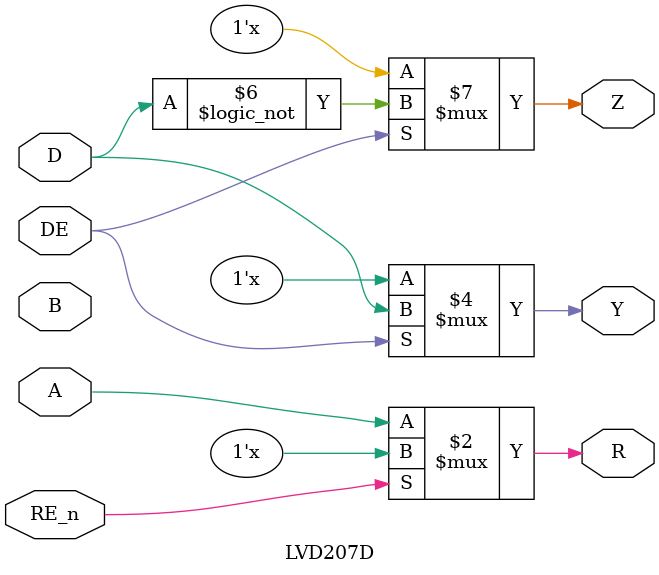
<source format=v>

module LVD207D(
    input   wire         D,
    input   wire         DE,

    output  wire         R,
    input   wire         RE_n,  
      
    output  wire         Y,
    output  wire         Z,
    
    input  wire          A,
    input  wire          B
        
    );


//always@(RE_n)
//    if(RE_n==0) R<= (A && (!B));
    
    
//assign R = (RE_n == 0)?  (A && (!B)) : 1'bz;   
assign R = (RE_n == 0)?  A  : 1'bz;   

assign Y = (DE == 1)?  D : 1'bz;
assign Z = (DE == 1)? !D : 1'bz;

endmodule

</source>
